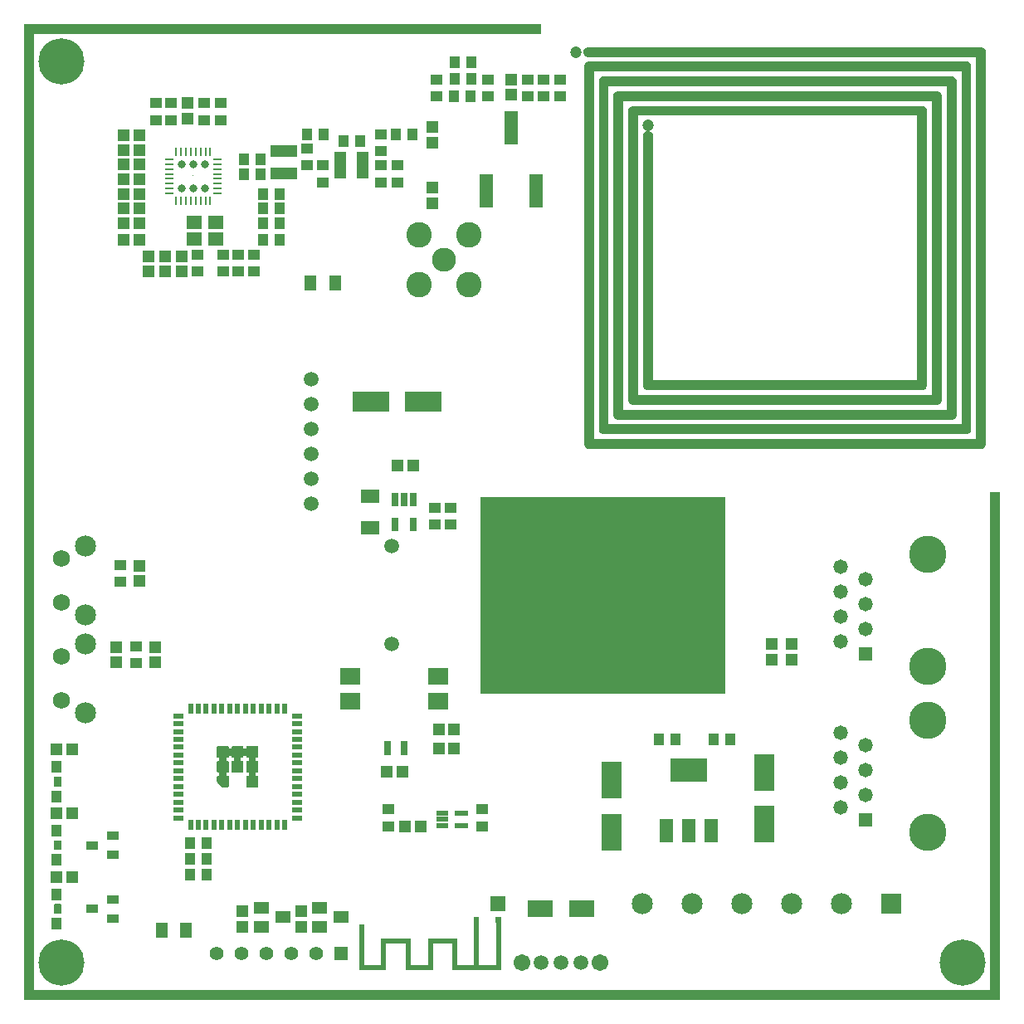
<source format=gts>
G04*
G04 #@! TF.GenerationSoftware,Altium Limited,Altium Designer,24.5.2 (23)*
G04*
G04 Layer_Color=8388736*
%FSLAX25Y25*%
%MOIN*%
G70*
G04*
G04 #@! TF.SameCoordinates,63800F2C-04A6-48C2-B29F-E79A9F1A880F*
G04*
G04*
G04 #@! TF.FilePolarity,Negative*
G04*
G01*
G75*
%ADD16R,0.06000X0.06000*%
%ADD43R,0.01102X0.03347*%
%ADD44R,0.03347X0.01102*%
%ADD45R,0.00083X0.00083*%
%ADD46R,0.05524X0.02375*%
%ADD47R,0.05039X0.01890*%
%ADD48R,0.03162X0.05524*%
%ADD49R,0.02835X0.05197*%
%ADD50R,0.05524X0.09461*%
%ADD51R,0.14580X0.09461*%
%ADD52R,0.08280X0.06706*%
%ADD53R,0.06312X0.04737*%
%ADD54R,0.04737X0.06391*%
%ADD55R,0.06312X0.05524*%
%ADD56R,0.14580X0.08083*%
%ADD57R,0.08083X0.14580*%
%ADD58R,0.04737X0.04343*%
%ADD59R,0.04816X0.04501*%
%ADD60R,0.04501X0.04816*%
%ADD61R,0.04343X0.04737*%
%ADD62R,0.04796X0.10800*%
%ADD63R,0.10800X0.04796*%
%ADD64R,0.10052X0.06902*%
%ADD65R,0.02375X0.03950*%
%ADD66R,0.03950X0.02375*%
%ADD67R,0.05485X0.13792*%
%ADD68R,0.05131X0.03359*%
%ADD69R,0.07493X0.05328*%
%ADD70R,0.02737X0.01981*%
%ADD71R,0.02480X0.21299*%
%ADD72R,0.01968X0.21299*%
%ADD73R,0.19685X0.01968*%
%ADD74R,0.01968X0.12598*%
%ADD75R,0.11811X0.01968*%
%ADD76R,0.11024X0.01968*%
%ADD77R,0.10630X0.01968*%
%ADD78R,0.01968X0.18386*%
%ADD79R,0.05792X0.05792*%
%ADD80C,0.05792*%
%ADD81C,0.14973*%
%ADD82C,0.00362*%
%ADD83C,0.08477*%
%ADD84C,0.06863*%
%ADD85C,0.04737*%
%ADD86C,0.10249*%
%ADD87C,0.09658*%
%ADD88C,0.05918*%
%ADD89R,0.08477X0.08477*%
%ADD90C,0.05603*%
%ADD91R,0.05603X0.05603*%
%ADD92C,0.06706*%
%ADD93C,0.03162*%
%ADD94C,0.18517*%
G36*
X386379Y383308D02*
X386933Y382753D01*
X387233Y382029D01*
Y381638D01*
Y224157D01*
Y223765D01*
X386933Y223041D01*
X386379Y222487D01*
X385655Y222187D01*
X227391D01*
X226667Y222487D01*
X226113Y223041D01*
X225813Y223765D01*
Y224157D01*
X225813Y375732D01*
Y376124D01*
X226113Y376848D01*
X226667Y377402D01*
X227391Y377702D01*
X227783Y377702D01*
X379358Y377702D01*
X379750D01*
X380474Y377402D01*
X381028Y376848D01*
X381328Y376124D01*
Y375732D01*
X381328Y230063D01*
X381328D01*
X381328Y229671D01*
X381028Y228947D01*
X380474Y228393D01*
X379750Y228093D01*
X379358Y228093D01*
X233688Y228093D01*
X233297D01*
X232573Y228393D01*
X232018Y228947D01*
X231719Y229671D01*
Y230063D01*
X231719Y369827D01*
Y370218D01*
X232018Y370942D01*
X232573Y371497D01*
X233297Y371796D01*
X233689D01*
X373452Y371796D01*
X373452Y371796D01*
X373844Y371796D01*
X374568Y371497D01*
X375122Y370942D01*
X375422Y370218D01*
X375422Y369827D01*
X375422Y235968D01*
X375422D01*
X375422Y235576D01*
X375122Y234852D01*
X374568Y234298D01*
X373844Y233998D01*
X373452Y233998D01*
X239594Y233998D01*
X239202D01*
X238478Y234298D01*
X237924Y234852D01*
X237624Y235576D01*
Y235968D01*
X237624Y363921D01*
Y364313D01*
X237924Y365037D01*
X238478Y365591D01*
X239202Y365891D01*
X239594Y365891D01*
X367547Y365891D01*
X367547Y365891D01*
X367939Y365891D01*
X368663Y365591D01*
X369217Y365037D01*
X369517Y364313D01*
X369517Y363921D01*
X369517Y241874D01*
X369517D01*
X369517Y241482D01*
X369217Y240758D01*
X368663Y240204D01*
X367939Y239904D01*
X367547Y239904D01*
X245500Y239904D01*
X245108D01*
X244384Y240204D01*
X243829Y240758D01*
X243530Y241482D01*
Y241874D01*
X243530Y358015D01*
Y358407D01*
X243829Y359131D01*
X244384Y359686D01*
X245108Y359985D01*
X245500D01*
X361641Y359985D01*
X361641Y359985D01*
X362033Y359985D01*
X362757Y359686D01*
X363311Y359131D01*
X363611Y358407D01*
X363611Y358015D01*
X363611Y247779D01*
Y247387D01*
X363311Y246663D01*
X362757Y246109D01*
X362033Y245809D01*
X251013D01*
X250289Y246109D01*
X249735Y246663D01*
X249435Y247387D01*
Y247779D01*
Y347990D01*
Y348382D01*
X249735Y349106D01*
X250289Y349660D01*
X251013Y349960D01*
X251797D01*
X252521Y349660D01*
X253075Y349106D01*
X253375Y348382D01*
Y347990D01*
Y249749D01*
X359671D01*
Y356046D01*
X247470Y356046D01*
X247470Y243844D01*
X365577D01*
X365577Y361951D01*
X241564Y361951D01*
X241564Y237938D01*
X371482D01*
X371482Y367857D01*
X235659Y367857D01*
X235659Y232033D01*
X377388D01*
X377388Y373762D01*
X229753Y373762D01*
X229753Y226127D01*
X383293D01*
Y379667D01*
X227167D01*
X226443Y379967D01*
X225889Y380522D01*
X225589Y381246D01*
Y382029D01*
X225889Y382753D01*
X226443Y383308D01*
X227167Y383608D01*
X385655D01*
X386379Y383308D01*
D02*
G37*
G36*
X282480Y124016D02*
X184055D01*
Y202756D01*
X282480D01*
Y124016D01*
D02*
G37*
G36*
X94541Y102760D02*
X94592Y102749D01*
X94642Y102733D01*
X94689Y102709D01*
X94732Y102680D01*
X94772Y102646D01*
X94806Y102606D01*
X94835Y102563D01*
X94858Y102516D01*
X94875Y102466D01*
X94886Y102415D01*
X94889Y102362D01*
Y98425D01*
X94886Y98373D01*
X94875Y98321D01*
X94858Y98272D01*
X94835Y98225D01*
X94806Y98181D01*
X94772Y98142D01*
X94732Y98107D01*
X94689Y98078D01*
X94642Y98055D01*
X94592Y98038D01*
X94541Y98028D01*
X94488Y98024D01*
X93905D01*
Y96858D01*
X94488D01*
X94541Y96854D01*
X94592Y96844D01*
X94642Y96827D01*
X94689Y96804D01*
X94732Y96775D01*
X94772Y96740D01*
X94806Y96701D01*
X94835Y96657D01*
X94858Y96610D01*
X94875Y96561D01*
X94886Y96509D01*
X94889Y96457D01*
Y92520D01*
X94886Y92467D01*
X94875Y92416D01*
X94858Y92366D01*
X94835Y92319D01*
X94806Y92276D01*
X94772Y92236D01*
X94732Y92202D01*
X94689Y92172D01*
X94642Y92149D01*
X94592Y92133D01*
X94541Y92122D01*
X94488Y92119D01*
X93905D01*
Y90952D01*
X94488D01*
X94541Y90949D01*
X94592Y90938D01*
X94642Y90921D01*
X94689Y90898D01*
X94732Y90869D01*
X94772Y90835D01*
X94806Y90795D01*
X94835Y90752D01*
X94858Y90705D01*
X94875Y90655D01*
X94886Y90604D01*
X94889Y90551D01*
Y86614D01*
X94886Y86562D01*
X94875Y86510D01*
X94858Y86461D01*
X94835Y86414D01*
X94806Y86370D01*
X94772Y86331D01*
X94732Y86296D01*
X94689Y86267D01*
X94642Y86244D01*
X94592Y86227D01*
X94541Y86217D01*
X94488Y86213D01*
X90551D01*
X90499Y86217D01*
X90447Y86227D01*
X90398Y86244D01*
X90351Y86267D01*
X90307Y86296D01*
X90268Y86331D01*
X90233Y86370D01*
X90204Y86414D01*
X90181Y86461D01*
X90164Y86510D01*
X90154Y86562D01*
X90150Y86614D01*
Y90551D01*
X90154Y90604D01*
X90164Y90655D01*
X90181Y90705D01*
X90204Y90752D01*
X90233Y90795D01*
X90268Y90835D01*
X90307Y90869D01*
X90351Y90898D01*
X90398Y90921D01*
X90447Y90938D01*
X90499Y90949D01*
X90551Y90952D01*
X91135D01*
Y92119D01*
X90551D01*
X90499Y92122D01*
X90447Y92133D01*
X90398Y92149D01*
X90351Y92172D01*
X90307Y92202D01*
X90268Y92236D01*
X90233Y92276D01*
X90204Y92319D01*
X90181Y92366D01*
X90164Y92416D01*
X90154Y92467D01*
X90150Y92520D01*
Y96457D01*
X90154Y96509D01*
X90164Y96561D01*
X90181Y96610D01*
X90204Y96657D01*
X90233Y96701D01*
X90268Y96740D01*
X90307Y96775D01*
X90351Y96804D01*
X90398Y96827D01*
X90447Y96844D01*
X90499Y96854D01*
X90551Y96858D01*
X91135D01*
Y98024D01*
X90551D01*
X90499Y98028D01*
X90447Y98038D01*
X90398Y98055D01*
X90351Y98078D01*
X90307Y98107D01*
X90268Y98142D01*
X90233Y98181D01*
X90204Y98225D01*
X90181Y98272D01*
X90164Y98321D01*
X90154Y98373D01*
X90150Y98425D01*
Y99009D01*
X88984D01*
Y98425D01*
X88980Y98373D01*
X88970Y98321D01*
X88953Y98272D01*
X88930Y98225D01*
X88901Y98181D01*
X88866Y98142D01*
X88827Y98107D01*
X88783Y98078D01*
X88736Y98055D01*
X88686Y98038D01*
X88635Y98028D01*
X88583Y98024D01*
X87999D01*
Y96858D01*
X88583D01*
X88635Y96854D01*
X88686Y96844D01*
X88736Y96827D01*
X88783Y96804D01*
X88827Y96775D01*
X88866Y96740D01*
X88901Y96701D01*
X88930Y96657D01*
X88953Y96610D01*
X88970Y96561D01*
X88980Y96509D01*
X88984Y96457D01*
Y92520D01*
X88980Y92467D01*
X88970Y92416D01*
X88953Y92366D01*
X88930Y92319D01*
X88901Y92276D01*
X88866Y92236D01*
X88827Y92202D01*
X88783Y92172D01*
X88736Y92149D01*
X88686Y92133D01*
X88635Y92122D01*
X88583Y92119D01*
X84646D01*
X84593Y92122D01*
X84542Y92133D01*
X84492Y92149D01*
X84445Y92172D01*
X84402Y92202D01*
X84362Y92236D01*
X84328Y92276D01*
X84298Y92319D01*
X84275Y92366D01*
X84259Y92416D01*
X84248Y92467D01*
X84245Y92520D01*
Y96457D01*
X84248Y96509D01*
X84259Y96561D01*
X84275Y96610D01*
X84298Y96657D01*
X84328Y96701D01*
X84362Y96740D01*
X84402Y96775D01*
X84445Y96804D01*
X84492Y96827D01*
X84542Y96844D01*
X84593Y96854D01*
X84646Y96858D01*
X85229D01*
Y98024D01*
X84646D01*
X84593Y98028D01*
X84542Y98038D01*
X84492Y98055D01*
X84445Y98078D01*
X84402Y98107D01*
X84362Y98142D01*
X84328Y98181D01*
X84298Y98225D01*
X84275Y98272D01*
X84259Y98321D01*
X84248Y98373D01*
X84245Y98425D01*
Y99009D01*
X83078D01*
Y98425D01*
X83075Y98373D01*
X83064Y98321D01*
X83047Y98272D01*
X83024Y98225D01*
X82995Y98181D01*
X82961Y98142D01*
X82921Y98107D01*
X82878Y98078D01*
X82831Y98055D01*
X82781Y98038D01*
X82730Y98028D01*
X82677Y98024D01*
X82094D01*
Y96858D01*
X82677D01*
X82730Y96854D01*
X82781Y96844D01*
X82831Y96827D01*
X82878Y96804D01*
X82921Y96775D01*
X82961Y96740D01*
X82995Y96701D01*
X83024Y96657D01*
X83047Y96610D01*
X83064Y96561D01*
X83075Y96509D01*
X83078Y96457D01*
Y92520D01*
X83075Y92467D01*
X83064Y92416D01*
X83047Y92366D01*
X83024Y92319D01*
X82995Y92276D01*
X82961Y92236D01*
X82921Y92202D01*
X82878Y92172D01*
X82831Y92149D01*
X82781Y92133D01*
X82730Y92122D01*
X82677Y92119D01*
X82094D01*
Y90952D01*
X82677D01*
X82730Y90949D01*
X82781Y90938D01*
X82831Y90921D01*
X82878Y90898D01*
X82921Y90869D01*
X82961Y90835D01*
X82995Y90795D01*
X83024Y90752D01*
X83047Y90705D01*
X83064Y90655D01*
X83075Y90604D01*
X83078Y90551D01*
Y86614D01*
X83075Y86562D01*
X83064Y86510D01*
X83047Y86461D01*
X83024Y86414D01*
X82995Y86370D01*
X82961Y86331D01*
X82921Y86296D01*
X82878Y86267D01*
X82831Y86244D01*
X82781Y86227D01*
X82730Y86217D01*
X82677Y86213D01*
X80709D01*
X80656Y86217D01*
X80605Y86227D01*
X80555Y86244D01*
X80508Y86267D01*
X80465Y86296D01*
X80425Y86331D01*
X78457Y88299D01*
X78422Y88339D01*
X78393Y88382D01*
X78370Y88429D01*
X78353Y88479D01*
X78343Y88530D01*
X78339Y88583D01*
Y90551D01*
X78343Y90604D01*
X78353Y90655D01*
X78370Y90705D01*
X78393Y90752D01*
X78422Y90795D01*
X78457Y90835D01*
X78496Y90869D01*
X78540Y90898D01*
X78587Y90921D01*
X78636Y90938D01*
X78688Y90949D01*
X78740Y90952D01*
X79324D01*
Y92119D01*
X78740D01*
X78688Y92122D01*
X78636Y92133D01*
X78587Y92149D01*
X78540Y92172D01*
X78496Y92202D01*
X78457Y92236D01*
X78422Y92276D01*
X78393Y92319D01*
X78370Y92366D01*
X78353Y92416D01*
X78343Y92467D01*
X78339Y92520D01*
Y96457D01*
X78343Y96509D01*
X78353Y96561D01*
X78370Y96610D01*
X78393Y96657D01*
X78422Y96701D01*
X78457Y96740D01*
X78496Y96775D01*
X78540Y96804D01*
X78587Y96827D01*
X78636Y96844D01*
X78688Y96854D01*
X78740Y96858D01*
X79324D01*
Y98024D01*
X78740D01*
X78688Y98028D01*
X78636Y98038D01*
X78587Y98055D01*
X78540Y98078D01*
X78496Y98107D01*
X78457Y98142D01*
X78422Y98181D01*
X78393Y98225D01*
X78370Y98272D01*
X78353Y98321D01*
X78343Y98373D01*
X78339Y98425D01*
Y102362D01*
X78343Y102415D01*
X78353Y102466D01*
X78370Y102516D01*
X78393Y102563D01*
X78422Y102606D01*
X78457Y102646D01*
X78496Y102680D01*
X78540Y102709D01*
X78587Y102733D01*
X78636Y102749D01*
X78688Y102760D01*
X78740Y102763D01*
X82677D01*
X82730Y102760D01*
X82781Y102749D01*
X82831Y102733D01*
X82878Y102709D01*
X82921Y102680D01*
X82961Y102646D01*
X82995Y102606D01*
X83024Y102563D01*
X83047Y102516D01*
X83064Y102466D01*
X83075Y102415D01*
X83078Y102362D01*
Y101779D01*
X84245D01*
Y102362D01*
X84248Y102415D01*
X84259Y102466D01*
X84275Y102516D01*
X84298Y102563D01*
X84328Y102606D01*
X84362Y102646D01*
X84402Y102680D01*
X84445Y102709D01*
X84492Y102733D01*
X84542Y102749D01*
X84593Y102760D01*
X84646Y102763D01*
X88583D01*
X88635Y102760D01*
X88686Y102749D01*
X88736Y102733D01*
X88783Y102709D01*
X88827Y102680D01*
X88866Y102646D01*
X88901Y102606D01*
X88930Y102563D01*
X88953Y102516D01*
X88970Y102466D01*
X88980Y102415D01*
X88984Y102362D01*
Y101779D01*
X90150D01*
Y102362D01*
X90154Y102415D01*
X90164Y102466D01*
X90181Y102516D01*
X90204Y102563D01*
X90233Y102606D01*
X90268Y102646D01*
X90307Y102680D01*
X90351Y102709D01*
X90398Y102733D01*
X90447Y102749D01*
X90499Y102760D01*
X90551Y102763D01*
X94488D01*
X94541Y102760D01*
D02*
G37*
G36*
X15603Y90549D02*
X15653Y90539D01*
X15702Y90522D01*
X15748Y90499D01*
X15791Y90470D01*
X15830Y90437D01*
X15864Y90398D01*
X15893Y90355D01*
X15916Y90308D01*
X15932Y90260D01*
X15942Y90209D01*
X15946Y90158D01*
Y87008D01*
X15942Y86956D01*
X15932Y86906D01*
X15916Y86857D01*
X15893Y86811D01*
X15864Y86768D01*
X15830Y86729D01*
X15791Y86695D01*
X15748Y86666D01*
X15702Y86643D01*
X15653Y86627D01*
X15603Y86617D01*
X15551Y86613D01*
X13189D01*
X13137Y86617D01*
X13087Y86627D01*
X13038Y86643D01*
X12992Y86666D01*
X12949Y86695D01*
X12910Y86729D01*
X12876Y86768D01*
X12847Y86811D01*
X12824Y86857D01*
X12808Y86906D01*
X12798Y86956D01*
X12794Y87008D01*
Y90158D01*
X12798Y90209D01*
X12808Y90260D01*
X12824Y90308D01*
X12847Y90355D01*
X12876Y90398D01*
X12910Y90437D01*
X12949Y90470D01*
X12992Y90499D01*
X13038Y90522D01*
X13087Y90539D01*
X13137Y90549D01*
X13189Y90552D01*
X15551D01*
X15603Y90549D01*
D02*
G37*
G36*
Y64958D02*
X15653Y64948D01*
X15702Y64931D01*
X15748Y64909D01*
X15791Y64880D01*
X15830Y64846D01*
X15864Y64807D01*
X15893Y64764D01*
X15916Y64718D01*
X15932Y64669D01*
X15942Y64618D01*
X15946Y64567D01*
Y61417D01*
X15942Y61366D01*
X15932Y61315D01*
X15916Y61266D01*
X15893Y61220D01*
X15864Y61177D01*
X15830Y61138D01*
X15791Y61104D01*
X15748Y61076D01*
X15702Y61053D01*
X15653Y61036D01*
X15603Y61026D01*
X15551Y61023D01*
X13189D01*
X13137Y61026D01*
X13087Y61036D01*
X13038Y61053D01*
X12992Y61076D01*
X12949Y61104D01*
X12910Y61138D01*
X12876Y61177D01*
X12847Y61220D01*
X12824Y61266D01*
X12808Y61315D01*
X12798Y61366D01*
X12794Y61417D01*
Y64567D01*
X12798Y64618D01*
X12808Y64669D01*
X12824Y64718D01*
X12847Y64764D01*
X12876Y64807D01*
X12910Y64846D01*
X12949Y64880D01*
X12992Y64909D01*
X13038Y64931D01*
X13087Y64948D01*
X13137Y64958D01*
X13189Y64961D01*
X15551D01*
X15603Y64958D01*
D02*
G37*
G36*
Y39367D02*
X15653Y39358D01*
X15702Y39341D01*
X15748Y39318D01*
X15791Y39289D01*
X15830Y39255D01*
X15864Y39217D01*
X15893Y39174D01*
X15916Y39127D01*
X15932Y39079D01*
X15942Y39028D01*
X15946Y38976D01*
Y35827D01*
X15942Y35775D01*
X15932Y35725D01*
X15916Y35676D01*
X15893Y35629D01*
X15864Y35587D01*
X15830Y35548D01*
X15791Y35514D01*
X15748Y35485D01*
X15702Y35462D01*
X15653Y35446D01*
X15603Y35436D01*
X15551Y35432D01*
X13189D01*
X13137Y35436D01*
X13087Y35446D01*
X13038Y35462D01*
X12992Y35485D01*
X12949Y35514D01*
X12910Y35548D01*
X12876Y35587D01*
X12847Y35629D01*
X12824Y35676D01*
X12808Y35725D01*
X12798Y35775D01*
X12794Y35827D01*
Y38976D01*
X12798Y39028D01*
X12808Y39079D01*
X12824Y39127D01*
X12847Y39174D01*
X12876Y39217D01*
X12910Y39255D01*
X12949Y39289D01*
X12992Y39318D01*
X13038Y39341D01*
X13087Y39358D01*
X13137Y39367D01*
X13189Y39371D01*
X15551D01*
X15603Y39367D01*
D02*
G37*
G36*
X183591Y32337D02*
X181623D01*
Y34305D01*
X183591D01*
Y32337D01*
D02*
G37*
G36*
X192660Y31813D02*
X190180D01*
Y34293D01*
X192660D01*
Y31813D01*
D02*
G37*
G36*
X208661Y388779D02*
X4921D01*
Y4921D01*
X388779D01*
Y204724D01*
X392717D01*
Y984D01*
X984D01*
Y4921D01*
Y388779D01*
Y392717D01*
X208661D01*
Y388779D01*
D02*
G37*
D16*
X191339Y39370D02*
D03*
D43*
X75671Y321949D02*
D03*
X73702D02*
D03*
X71733D02*
D03*
X69764D02*
D03*
X67795D02*
D03*
X65826D02*
D03*
X63857D02*
D03*
X61888D02*
D03*
Y341437D02*
D03*
X63857D02*
D03*
X65826D02*
D03*
X67795D02*
D03*
X69764D02*
D03*
X71733D02*
D03*
X73702D02*
D03*
X75671D02*
D03*
D44*
X59035Y324803D02*
D03*
Y326772D02*
D03*
Y328740D02*
D03*
Y330709D02*
D03*
Y332677D02*
D03*
Y334646D02*
D03*
Y336614D02*
D03*
Y338583D02*
D03*
X78524D02*
D03*
Y336614D02*
D03*
Y334646D02*
D03*
Y332677D02*
D03*
Y330709D02*
D03*
Y328740D02*
D03*
Y326772D02*
D03*
Y324803D02*
D03*
D45*
X68779Y331693D02*
D03*
D46*
X176483Y75990D02*
D03*
Y70872D02*
D03*
D47*
X169003D02*
D03*
Y73431D02*
D03*
Y75990D02*
D03*
D48*
X157283Y191929D02*
D03*
X149803D02*
D03*
Y201772D02*
D03*
D49*
X153543D02*
D03*
X157283D02*
D03*
D50*
X258813Y68929D02*
D03*
X267868D02*
D03*
X276923D02*
D03*
D51*
X267868Y93338D02*
D03*
D52*
X131890Y120984D02*
D03*
Y130984D02*
D03*
X167323D02*
D03*
Y120984D02*
D03*
D53*
X128347Y34055D02*
D03*
X119685Y30315D02*
D03*
Y37795D02*
D03*
X104724Y34055D02*
D03*
X96063Y30315D02*
D03*
Y37795D02*
D03*
D54*
X56102Y28740D02*
D03*
X65945D02*
D03*
X125787Y288976D02*
D03*
X115945D02*
D03*
D55*
X77953Y306445D02*
D03*
X69291D02*
D03*
Y313138D02*
D03*
X77953D02*
D03*
D56*
X161024Y241142D02*
D03*
X140157D02*
D03*
D57*
X298206Y92354D02*
D03*
Y71488D02*
D03*
X236872Y68157D02*
D03*
Y89023D02*
D03*
D58*
X59881Y361024D02*
D03*
Y354331D02*
D03*
X53815Y361024D02*
D03*
Y354331D02*
D03*
X87008Y300197D02*
D03*
Y293504D02*
D03*
X150773Y336024D02*
D03*
Y329331D02*
D03*
X144342Y336030D02*
D03*
Y329337D02*
D03*
Y348406D02*
D03*
Y341714D02*
D03*
X120888Y329337D02*
D03*
Y336030D02*
D03*
X114606Y342717D02*
D03*
Y336024D02*
D03*
X73304Y361024D02*
D03*
Y354331D02*
D03*
X79997Y361024D02*
D03*
Y354331D02*
D03*
X70472Y300197D02*
D03*
Y293504D02*
D03*
X80709Y300197D02*
D03*
Y293504D02*
D03*
X93307Y300197D02*
D03*
Y293504D02*
D03*
X45840Y142717D02*
D03*
Y136024D02*
D03*
X39370Y175591D02*
D03*
Y168898D02*
D03*
X185008Y77362D02*
D03*
Y70669D02*
D03*
X216142Y363976D02*
D03*
Y370669D02*
D03*
X209452Y370669D02*
D03*
Y363976D02*
D03*
X187057Y370669D02*
D03*
Y363976D02*
D03*
X203143Y363976D02*
D03*
Y370669D02*
D03*
X166535Y363976D02*
D03*
Y370669D02*
D03*
X172047Y191929D02*
D03*
Y198622D02*
D03*
X165748Y191929D02*
D03*
Y198622D02*
D03*
X147244Y77362D02*
D03*
Y70669D02*
D03*
D59*
X164961Y345315D02*
D03*
Y351535D02*
D03*
X66611Y354842D02*
D03*
Y361063D02*
D03*
X57402Y299685D02*
D03*
Y293465D02*
D03*
X50709Y299685D02*
D03*
Y293465D02*
D03*
X64095Y299685D02*
D03*
Y293465D02*
D03*
X47244Y175354D02*
D03*
Y169134D02*
D03*
X37982Y136428D02*
D03*
Y142649D02*
D03*
X53485Y142649D02*
D03*
Y136428D02*
D03*
X112205Y36575D02*
D03*
Y30354D02*
D03*
X196372Y364458D02*
D03*
Y370679D02*
D03*
X309055Y143858D02*
D03*
Y137638D02*
D03*
X301181Y143858D02*
D03*
Y137638D02*
D03*
X88583Y36575D02*
D03*
Y30354D02*
D03*
X164961Y320974D02*
D03*
Y327195D02*
D03*
D60*
X40863Y306102D02*
D03*
X47083D02*
D03*
X40863Y312795D02*
D03*
X47083D02*
D03*
X40863Y318701D02*
D03*
X47083D02*
D03*
X40863Y324606D02*
D03*
X47083D02*
D03*
X40863Y330512D02*
D03*
X47083D02*
D03*
X40863Y336417D02*
D03*
X47083D02*
D03*
X40863Y342323D02*
D03*
X47083D02*
D03*
X40863Y348228D02*
D03*
X47083D02*
D03*
X13819Y101378D02*
D03*
X20039D02*
D03*
X146496Y92520D02*
D03*
X152717D02*
D03*
X167362Y109455D02*
D03*
X173583D02*
D03*
X167425Y101741D02*
D03*
X173645D02*
D03*
X13819Y75787D02*
D03*
X20039D02*
D03*
X13819Y50197D02*
D03*
X20039D02*
D03*
X151017Y215425D02*
D03*
X157238D02*
D03*
X160235Y70676D02*
D03*
X154014D02*
D03*
D61*
X103619Y306102D02*
D03*
X96926D02*
D03*
X156857Y348509D02*
D03*
X150164D02*
D03*
X121299D02*
D03*
X114606D02*
D03*
X89213Y338583D02*
D03*
X95905D02*
D03*
X89213Y332677D02*
D03*
X95906D02*
D03*
X135839Y345760D02*
D03*
X129146D02*
D03*
X103619Y318701D02*
D03*
X96926D02*
D03*
X103619Y324606D02*
D03*
X96926D02*
D03*
X103619Y312795D02*
D03*
X96926D02*
D03*
X284425Y105547D02*
D03*
X277732D02*
D03*
X255866D02*
D03*
X262559D02*
D03*
X67520Y51175D02*
D03*
X74213D02*
D03*
X67520Y57505D02*
D03*
X74213D02*
D03*
X67520Y63737D02*
D03*
X74213D02*
D03*
X173866Y370731D02*
D03*
X180559D02*
D03*
X180096Y363953D02*
D03*
X173403D02*
D03*
X180512Y377559D02*
D03*
X173819D02*
D03*
X13780Y31496D02*
D03*
Y43307D02*
D03*
Y57087D02*
D03*
Y68898D02*
D03*
Y82677D02*
D03*
Y94488D02*
D03*
D62*
X136993Y336221D02*
D03*
X127993D02*
D03*
D63*
X105093Y341707D02*
D03*
Y332707D02*
D03*
D64*
X208071Y37551D02*
D03*
X225000D02*
D03*
D65*
X67716Y71260D02*
D03*
X70866D02*
D03*
X74016D02*
D03*
X77165D02*
D03*
X80315D02*
D03*
X83465D02*
D03*
X86614D02*
D03*
X89764D02*
D03*
X92913D02*
D03*
X96063D02*
D03*
X99213D02*
D03*
X102362D02*
D03*
X105512D02*
D03*
Y117717D02*
D03*
X102362D02*
D03*
X99213D02*
D03*
X96063D02*
D03*
X92913D02*
D03*
X89764D02*
D03*
X86614D02*
D03*
X83465D02*
D03*
X80315D02*
D03*
X77165D02*
D03*
X74016D02*
D03*
X70866D02*
D03*
X67716D02*
D03*
D66*
X110433Y74016D02*
D03*
Y77165D02*
D03*
Y80315D02*
D03*
Y83465D02*
D03*
Y86614D02*
D03*
Y89764D02*
D03*
Y92913D02*
D03*
Y96063D02*
D03*
Y99213D02*
D03*
Y102362D02*
D03*
Y105512D02*
D03*
Y108661D02*
D03*
Y111811D02*
D03*
Y114961D02*
D03*
X62795D02*
D03*
Y111811D02*
D03*
Y108661D02*
D03*
Y105512D02*
D03*
Y102362D02*
D03*
Y99213D02*
D03*
Y96063D02*
D03*
Y92913D02*
D03*
Y89764D02*
D03*
Y86614D02*
D03*
Y83465D02*
D03*
Y80315D02*
D03*
Y77165D02*
D03*
Y74016D02*
D03*
D67*
X186457Y325984D02*
D03*
X196457Y351181D02*
D03*
X206457Y325984D02*
D03*
D68*
X36614Y59213D02*
D03*
Y66772D02*
D03*
X28346Y62992D02*
D03*
X28346Y37402D02*
D03*
X36614Y41181D02*
D03*
Y33622D02*
D03*
D69*
X139741Y203051D02*
D03*
Y190650D02*
D03*
D70*
X146949Y100036D02*
D03*
Y102004D02*
D03*
Y103972D02*
D03*
X153516D02*
D03*
Y102004D02*
D03*
Y100036D02*
D03*
D71*
X191409Y23654D02*
D03*
D72*
X182609Y23654D02*
D03*
D73*
X182806Y13989D02*
D03*
D74*
X173948Y19304D02*
D03*
X164105D02*
D03*
X155050D02*
D03*
X145208Y19304D02*
D03*
D75*
X169027Y24619D02*
D03*
X150129D02*
D03*
D76*
X159578Y13989D02*
D03*
D77*
X140877Y13989D02*
D03*
D78*
X136547Y22198D02*
D03*
D79*
X338957Y139980D02*
D03*
Y73051D02*
D03*
D80*
X328957Y144980D02*
D03*
X338957Y149980D02*
D03*
X328957Y154980D02*
D03*
X338957Y159980D02*
D03*
X328957Y164980D02*
D03*
X338957Y169980D02*
D03*
X328957Y174980D02*
D03*
Y78051D02*
D03*
X338957Y83051D02*
D03*
X328957Y88051D02*
D03*
X338957Y93051D02*
D03*
X328957Y98051D02*
D03*
X338957Y103051D02*
D03*
X328957Y108051D02*
D03*
D81*
X363957Y134980D02*
D03*
Y179980D02*
D03*
Y68051D02*
D03*
Y113051D02*
D03*
D82*
X68779Y331693D02*
D03*
D83*
X25646Y155492D02*
D03*
Y183091D02*
D03*
Y116122D02*
D03*
Y143720D02*
D03*
X329213Y39370D02*
D03*
X309213D02*
D03*
X289213D02*
D03*
X269213D02*
D03*
X249213D02*
D03*
D84*
X15843Y160433D02*
D03*
Y178150D02*
D03*
Y121063D02*
D03*
Y138779D02*
D03*
D85*
X222441Y381616D02*
D03*
X251362Y352160D02*
D03*
D86*
X159565Y288235D02*
D03*
Y308235D02*
D03*
X179565D02*
D03*
Y288235D02*
D03*
D87*
X169565Y298235D02*
D03*
D88*
X116142Y250079D02*
D03*
Y240079D02*
D03*
Y230079D02*
D03*
Y220079D02*
D03*
Y210079D02*
D03*
Y200079D02*
D03*
X148622Y143701D02*
D03*
Y183071D02*
D03*
X208661Y15748D02*
D03*
X216535D02*
D03*
X224410D02*
D03*
D89*
X349213Y39370D02*
D03*
D90*
X78110Y19685D02*
D03*
X88110D02*
D03*
X98110D02*
D03*
X108110D02*
D03*
X118110D02*
D03*
D91*
X128110D02*
D03*
D92*
X200787Y15748D02*
D03*
X232283D02*
D03*
D93*
X73504Y336417D02*
D03*
X68779D02*
D03*
X64055D02*
D03*
Y326969D02*
D03*
X68779D02*
D03*
X73504D02*
D03*
D94*
X377953Y15748D02*
D03*
X15748D02*
D03*
Y377953D02*
D03*
M02*

</source>
